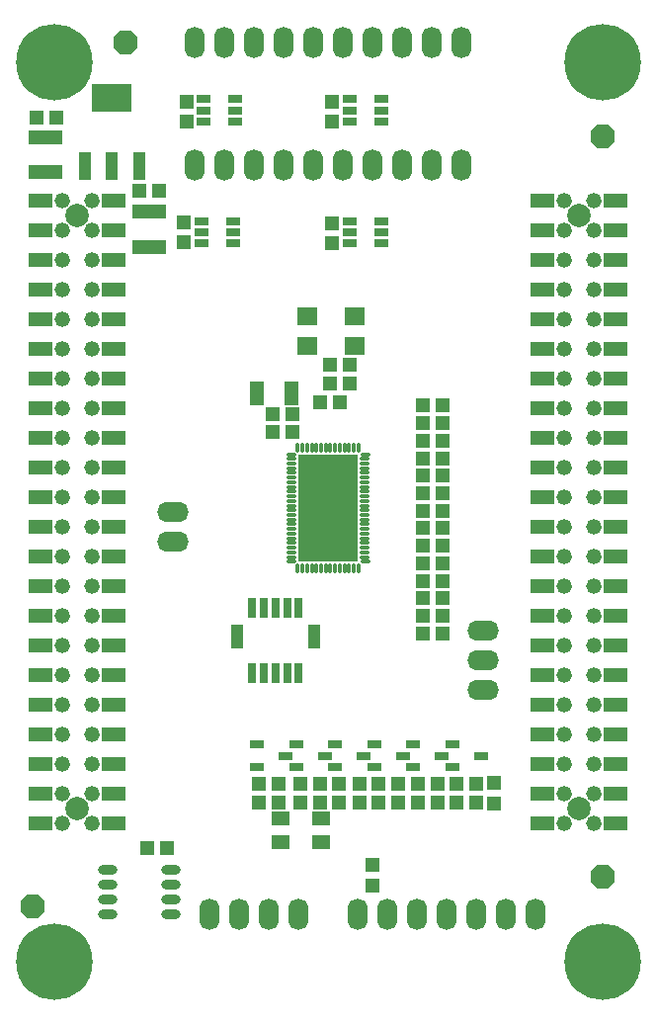
<source format=gts>
G04 Layer_Color=8388736*
%FSLAX25Y25*%
%MOIN*%
G70*
G01*
G75*
%ADD65R,0.05131X0.04737*%
%ADD66R,0.04737X0.05131*%
%ADD67R,0.04540X0.03162*%
%ADD68R,0.13595X0.09265*%
%ADD69R,0.04343X0.09265*%
%ADD70O,0.06509X0.03162*%
%ADD71R,0.11824X0.05131*%
%ADD72R,0.08300X0.04800*%
%ADD73R,0.05131X0.07887*%
%ADD74R,0.03162X0.07099*%
%ADD75R,0.04147X0.07887*%
%ADD76R,0.06312X0.04737*%
%ADD77R,0.07099X0.05918*%
%ADD78R,0.20485X0.36233*%
%ADD79O,0.03550X0.01117*%
%ADD80O,0.03747X0.01117*%
%ADD81O,0.01117X0.03550*%
%ADD82O,0.01117X0.03747*%
%ADD83O,0.06800X0.10642*%
%ADD84O,0.10642X0.06800*%
%ADD85C,0.25800*%
%ADD86C,0.05200*%
%ADD87C,0.07900*%
%ADD88P,0.08750X8X112.5*%
%ADD89C,0.02800*%
D65*
X123268Y48142D02*
D03*
Y41449D02*
D03*
X164331Y75800D02*
D03*
Y69107D02*
D03*
X60630Y305669D02*
D03*
Y298976D02*
D03*
X109724Y305669D02*
D03*
Y298976D02*
D03*
X59694Y264923D02*
D03*
Y258230D02*
D03*
X109724Y264488D02*
D03*
Y257795D02*
D03*
D66*
X151622Y69304D02*
D03*
X158315D02*
D03*
X112055D02*
D03*
X118748D02*
D03*
X125244D02*
D03*
X131937D02*
D03*
X138433D02*
D03*
X145126D02*
D03*
X147063Y150000D02*
D03*
X140370D02*
D03*
X147063Y161811D02*
D03*
X140370D02*
D03*
X140370Y191339D02*
D03*
X147063D02*
D03*
X147063Y173622D02*
D03*
X140370D02*
D03*
X140370Y203150D02*
D03*
X147063D02*
D03*
X147063Y185433D02*
D03*
X140370D02*
D03*
X147063Y197244D02*
D03*
X140370D02*
D03*
X16610Y300223D02*
D03*
X9917D02*
D03*
X147063Y126378D02*
D03*
X140370D02*
D03*
X44441Y275565D02*
D03*
X51134D02*
D03*
X147063Y155906D02*
D03*
X140370D02*
D03*
X138433Y75603D02*
D03*
X145126D02*
D03*
X125244D02*
D03*
X131937D02*
D03*
X112055D02*
D03*
X118748D02*
D03*
X151622D02*
D03*
X158315D02*
D03*
X98976D02*
D03*
X105669D02*
D03*
X96257Y200237D02*
D03*
X89564D02*
D03*
X108886Y210553D02*
D03*
X115579D02*
D03*
X105417Y204189D02*
D03*
X112109D02*
D03*
X140370Y132283D02*
D03*
X147063D02*
D03*
X91496Y69304D02*
D03*
X84803D02*
D03*
X105669D02*
D03*
X98976D02*
D03*
X84803Y75603D02*
D03*
X91496D02*
D03*
X147063Y179527D02*
D03*
X140370D02*
D03*
X147063Y167717D02*
D03*
X140370D02*
D03*
X140370Y138189D02*
D03*
X147063D02*
D03*
Y144095D02*
D03*
X140370D02*
D03*
X89564Y194237D02*
D03*
X96257D02*
D03*
X47305Y53836D02*
D03*
X53997D02*
D03*
X115579Y216852D02*
D03*
X108886D02*
D03*
D67*
X120224Y85069D02*
D03*
X110579Y81328D02*
D03*
Y88809D02*
D03*
X133413Y85069D02*
D03*
X123768Y81328D02*
D03*
Y88809D02*
D03*
X146602Y85069D02*
D03*
X136957Y81328D02*
D03*
Y88809D02*
D03*
X66299Y298976D02*
D03*
Y302717D02*
D03*
Y306457D02*
D03*
X76929D02*
D03*
Y302717D02*
D03*
Y298976D02*
D03*
X115512D02*
D03*
Y302717D02*
D03*
Y306457D02*
D03*
X126142D02*
D03*
Y302717D02*
D03*
Y298976D02*
D03*
X65512Y257795D02*
D03*
Y261535D02*
D03*
Y265276D02*
D03*
X76142D02*
D03*
Y261535D02*
D03*
Y257795D02*
D03*
X115512D02*
D03*
Y261535D02*
D03*
Y265276D02*
D03*
X126142D02*
D03*
Y261535D02*
D03*
Y257795D02*
D03*
X84114Y88809D02*
D03*
Y81328D02*
D03*
X93760Y85069D02*
D03*
X97697Y88809D02*
D03*
Y81328D02*
D03*
X107343Y85069D02*
D03*
X150146Y88809D02*
D03*
Y81329D02*
D03*
X159791Y85069D02*
D03*
D68*
X35386Y306957D02*
D03*
D69*
X44441Y283925D02*
D03*
X35386D02*
D03*
X26331D02*
D03*
D70*
X33901Y46594D02*
D03*
Y41594D02*
D03*
Y36594D02*
D03*
Y31594D02*
D03*
X55357Y46594D02*
D03*
Y41594D02*
D03*
Y36594D02*
D03*
Y31594D02*
D03*
D71*
X12874Y281858D02*
D03*
Y293669D02*
D03*
X47984Y256741D02*
D03*
Y268552D02*
D03*
D72*
X11350Y272323D02*
D03*
Y262323D02*
D03*
Y252323D02*
D03*
Y242323D02*
D03*
Y232323D02*
D03*
Y222323D02*
D03*
Y212323D02*
D03*
Y202323D02*
D03*
Y192323D02*
D03*
Y182323D02*
D03*
Y172323D02*
D03*
Y162323D02*
D03*
Y152323D02*
D03*
Y142323D02*
D03*
Y132323D02*
D03*
Y122323D02*
D03*
Y62323D02*
D03*
Y72323D02*
D03*
Y82323D02*
D03*
Y92323D02*
D03*
Y102323D02*
D03*
X35894Y272323D02*
D03*
Y262323D02*
D03*
Y252323D02*
D03*
Y242323D02*
D03*
Y232323D02*
D03*
Y222323D02*
D03*
Y212323D02*
D03*
Y202323D02*
D03*
Y192323D02*
D03*
Y182323D02*
D03*
Y172323D02*
D03*
Y162323D02*
D03*
Y152323D02*
D03*
Y142323D02*
D03*
Y132323D02*
D03*
Y122323D02*
D03*
Y112323D02*
D03*
Y62323D02*
D03*
Y72323D02*
D03*
Y82323D02*
D03*
Y92323D02*
D03*
Y102323D02*
D03*
X11350Y112323D02*
D03*
X180641Y272323D02*
D03*
Y262323D02*
D03*
Y252323D02*
D03*
Y242323D02*
D03*
Y232323D02*
D03*
Y222323D02*
D03*
Y212323D02*
D03*
Y202323D02*
D03*
Y192323D02*
D03*
Y182323D02*
D03*
Y172323D02*
D03*
Y162323D02*
D03*
Y152323D02*
D03*
Y142323D02*
D03*
Y132323D02*
D03*
Y122323D02*
D03*
Y62323D02*
D03*
Y72323D02*
D03*
Y82323D02*
D03*
Y92323D02*
D03*
Y102323D02*
D03*
X205185Y272323D02*
D03*
Y262323D02*
D03*
Y252323D02*
D03*
Y242323D02*
D03*
Y232323D02*
D03*
Y222323D02*
D03*
Y212323D02*
D03*
Y202323D02*
D03*
Y192323D02*
D03*
Y182323D02*
D03*
Y172323D02*
D03*
Y162323D02*
D03*
Y152323D02*
D03*
Y142323D02*
D03*
Y132323D02*
D03*
Y122323D02*
D03*
Y112323D02*
D03*
Y62323D02*
D03*
Y72323D02*
D03*
Y82323D02*
D03*
Y92323D02*
D03*
Y102323D02*
D03*
X180641Y112323D02*
D03*
D73*
X84185Y207362D02*
D03*
X95996D02*
D03*
D74*
X82658Y134847D02*
D03*
Y112799D02*
D03*
X86595Y134847D02*
D03*
Y112799D02*
D03*
X90532Y134847D02*
D03*
Y112799D02*
D03*
X94469Y134847D02*
D03*
Y112799D02*
D03*
X98406Y134847D02*
D03*
Y112799D02*
D03*
D75*
X77442Y125398D02*
D03*
X103623D02*
D03*
D76*
X92087Y56004D02*
D03*
Y63878D02*
D03*
X105945Y56004D02*
D03*
Y63878D02*
D03*
D77*
X117154Y223313D02*
D03*
X101382D02*
D03*
Y233155D02*
D03*
X117154D02*
D03*
D78*
X108268Y168650D02*
D03*
D79*
X95768Y150540D02*
D03*
Y186760D02*
D03*
X120768D02*
D03*
Y150540D02*
D03*
D80*
X95866Y152115D02*
D03*
Y153689D02*
D03*
Y155264D02*
D03*
Y156839D02*
D03*
Y158414D02*
D03*
Y159989D02*
D03*
Y161563D02*
D03*
Y163138D02*
D03*
Y164713D02*
D03*
Y166288D02*
D03*
Y167863D02*
D03*
Y169437D02*
D03*
Y171012D02*
D03*
Y172587D02*
D03*
Y174162D02*
D03*
Y175737D02*
D03*
Y177311D02*
D03*
Y178886D02*
D03*
Y180461D02*
D03*
Y182036D02*
D03*
Y183611D02*
D03*
Y185186D02*
D03*
X120669D02*
D03*
Y183611D02*
D03*
Y182036D02*
D03*
Y180461D02*
D03*
Y178886D02*
D03*
Y177311D02*
D03*
Y175737D02*
D03*
Y174162D02*
D03*
Y172587D02*
D03*
Y171012D02*
D03*
Y169437D02*
D03*
Y167863D02*
D03*
Y166288D02*
D03*
Y164713D02*
D03*
Y163138D02*
D03*
Y161563D02*
D03*
Y159989D02*
D03*
Y158414D02*
D03*
Y156839D02*
D03*
Y155264D02*
D03*
Y153689D02*
D03*
Y152115D02*
D03*
D81*
X98032Y189024D02*
D03*
X118504D02*
D03*
Y148276D02*
D03*
X98032D02*
D03*
D82*
X99606Y188926D02*
D03*
X101181D02*
D03*
X102756D02*
D03*
X104331D02*
D03*
X105905D02*
D03*
X107480D02*
D03*
X109055D02*
D03*
X110630D02*
D03*
X112205D02*
D03*
X113779D02*
D03*
X115354D02*
D03*
X116929D02*
D03*
Y148374D02*
D03*
X115354D02*
D03*
X113779D02*
D03*
X112205D02*
D03*
X110630D02*
D03*
X109055D02*
D03*
X107480D02*
D03*
X105905D02*
D03*
X104331D02*
D03*
X102756D02*
D03*
X101181D02*
D03*
X99606D02*
D03*
D83*
X178268Y31496D02*
D03*
X168268D02*
D03*
X83268Y325591D02*
D03*
X93268D02*
D03*
X103268D02*
D03*
X73268D02*
D03*
X63268D02*
D03*
X133268D02*
D03*
X143268D02*
D03*
X153268D02*
D03*
X123268D02*
D03*
X113268D02*
D03*
X83268Y284409D02*
D03*
X93268D02*
D03*
X103268D02*
D03*
X73268D02*
D03*
X63268D02*
D03*
X133268D02*
D03*
X143268D02*
D03*
X153268D02*
D03*
X123268D02*
D03*
X113268D02*
D03*
X138268Y31496D02*
D03*
X148268D02*
D03*
X158268D02*
D03*
X128268D02*
D03*
X118268D02*
D03*
X68268D02*
D03*
X78268D02*
D03*
X88268D02*
D03*
X98268D02*
D03*
D84*
X55905Y157165D02*
D03*
Y167165D02*
D03*
X160641Y127323D02*
D03*
Y117323D02*
D03*
Y107323D02*
D03*
D85*
X15748Y15748D02*
D03*
X200787D02*
D03*
Y318898D02*
D03*
X15748D02*
D03*
D86*
X28650Y272323D02*
D03*
Y262323D02*
D03*
Y252323D02*
D03*
Y242323D02*
D03*
Y232323D02*
D03*
Y222323D02*
D03*
Y212323D02*
D03*
Y202323D02*
D03*
Y192323D02*
D03*
Y182323D02*
D03*
Y172323D02*
D03*
Y162323D02*
D03*
Y152323D02*
D03*
Y142323D02*
D03*
Y132323D02*
D03*
Y122323D02*
D03*
Y112323D02*
D03*
Y102323D02*
D03*
Y92323D02*
D03*
Y82323D02*
D03*
Y72323D02*
D03*
Y62323D02*
D03*
X18650Y272323D02*
D03*
Y262323D02*
D03*
Y252323D02*
D03*
Y242323D02*
D03*
Y232323D02*
D03*
Y222323D02*
D03*
Y212323D02*
D03*
Y202323D02*
D03*
Y192323D02*
D03*
Y182323D02*
D03*
Y172323D02*
D03*
Y162323D02*
D03*
Y152323D02*
D03*
Y142323D02*
D03*
Y132323D02*
D03*
Y122323D02*
D03*
Y112323D02*
D03*
Y102323D02*
D03*
Y92323D02*
D03*
Y82323D02*
D03*
Y72323D02*
D03*
Y62323D02*
D03*
X197941Y272323D02*
D03*
Y262323D02*
D03*
Y252323D02*
D03*
Y242323D02*
D03*
Y232323D02*
D03*
Y222323D02*
D03*
Y212323D02*
D03*
Y202323D02*
D03*
Y192323D02*
D03*
Y182323D02*
D03*
Y172323D02*
D03*
Y162323D02*
D03*
Y152323D02*
D03*
Y142323D02*
D03*
Y132323D02*
D03*
Y122323D02*
D03*
Y112323D02*
D03*
Y102323D02*
D03*
Y92323D02*
D03*
Y82323D02*
D03*
Y72323D02*
D03*
Y62323D02*
D03*
X187941Y272323D02*
D03*
Y262323D02*
D03*
Y252323D02*
D03*
Y242323D02*
D03*
Y232323D02*
D03*
Y222323D02*
D03*
Y212323D02*
D03*
Y202323D02*
D03*
Y192323D02*
D03*
Y182323D02*
D03*
Y172323D02*
D03*
Y162323D02*
D03*
Y152323D02*
D03*
Y142323D02*
D03*
Y132323D02*
D03*
Y122323D02*
D03*
Y112323D02*
D03*
Y102323D02*
D03*
Y92323D02*
D03*
Y82323D02*
D03*
Y72323D02*
D03*
Y62323D02*
D03*
D87*
X23650Y267323D02*
D03*
Y67323D02*
D03*
X192941Y267323D02*
D03*
Y67323D02*
D03*
D88*
X8568Y34446D02*
D03*
X200787Y293976D02*
D03*
X39792Y325591D02*
D03*
X200787Y44134D02*
D03*
D89*
X114764Y183808D02*
D03*
Y179477D02*
D03*
Y175146D02*
D03*
Y170815D02*
D03*
Y166485D02*
D03*
Y162154D02*
D03*
Y157823D02*
D03*
Y153493D02*
D03*
X110433Y183808D02*
D03*
Y179477D02*
D03*
Y175146D02*
D03*
Y170815D02*
D03*
Y166485D02*
D03*
Y162154D02*
D03*
Y157823D02*
D03*
Y153493D02*
D03*
X106102Y183808D02*
D03*
Y179477D02*
D03*
Y175146D02*
D03*
Y170815D02*
D03*
Y166485D02*
D03*
Y162154D02*
D03*
Y157823D02*
D03*
Y153493D02*
D03*
X101772Y183808D02*
D03*
Y179477D02*
D03*
Y175146D02*
D03*
Y170815D02*
D03*
Y166485D02*
D03*
Y162154D02*
D03*
Y157823D02*
D03*
Y153493D02*
D03*
M02*

</source>
